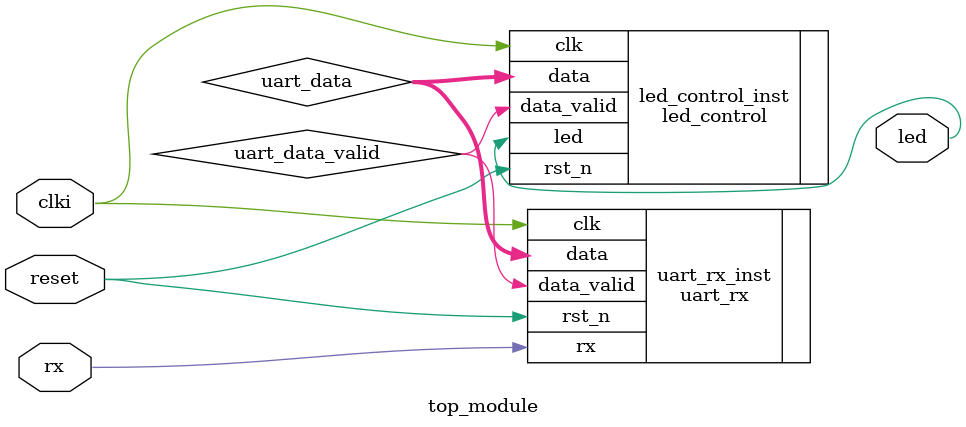
<source format=v>
module top_module (
    input clki,
    input reset,  // Active low reset
    input rx,
    output led
);

    wire [7:0] uart_data;
    wire uart_data_valid;

    uart_rx uart_rx_inst (
        .clk(clki),
        .rst_n(reset),
        .rx(rx),
        .data(uart_data),
        .data_valid(uart_data_valid)
    );

    led_control led_control_inst (
        .clk(clki),
        .rst_n(reset),
        .data(uart_data),
        .data_valid(uart_data_valid),
        .led(led)
    );

endmodule

</source>
